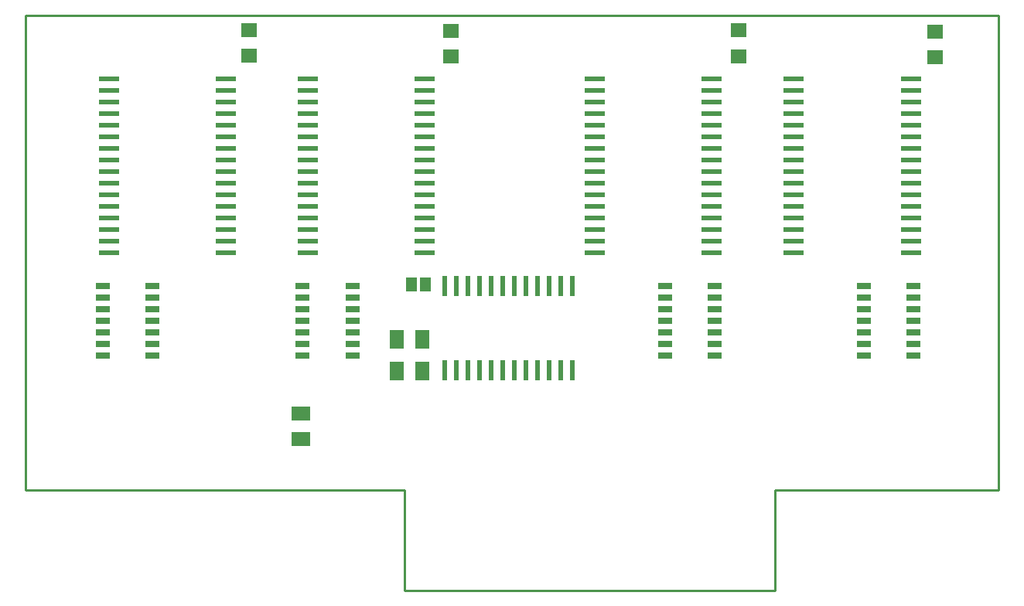
<source format=gtp>
G75*
%MOIN*%
%OFA0B0*%
%FSLAX25Y25*%
%IPPOS*%
%LPD*%
%AMOC8*
5,1,8,0,0,1.08239X$1,22.5*
%
%ADD10C,0.01000*%
%ADD11R,0.07087X0.06299*%
%ADD12R,0.06004X0.02559*%
%ADD13R,0.08661X0.02362*%
%ADD14R,0.07874X0.06299*%
%ADD15R,0.02362X0.08661*%
%ADD16R,0.06299X0.07874*%
%ADD17R,0.04600X0.06300*%
D10*
X0003000Y0050276D02*
X0003000Y0255000D01*
X0422291Y0255000D01*
X0422291Y0050276D01*
X0325835Y0050276D01*
X0325835Y0006969D01*
X0166386Y0006969D01*
X0166386Y0050276D01*
X0003000Y0050276D01*
D11*
X0099457Y0237677D03*
X0099457Y0248701D03*
X0186228Y0248307D03*
X0186228Y0237283D03*
X0310244Y0237402D03*
X0310244Y0248425D03*
X0394890Y0248031D03*
X0394890Y0237008D03*
D12*
X0385724Y0138110D03*
X0385724Y0133110D03*
X0385724Y0128110D03*
X0385724Y0123110D03*
X0385724Y0118110D03*
X0385724Y0113110D03*
X0385724Y0108110D03*
X0364370Y0108110D03*
X0364370Y0113110D03*
X0364370Y0118110D03*
X0364370Y0123110D03*
X0364370Y0128110D03*
X0364370Y0133110D03*
X0364370Y0138110D03*
X0300134Y0138189D03*
X0300134Y0133189D03*
X0300134Y0128189D03*
X0300134Y0123189D03*
X0300134Y0118189D03*
X0300134Y0113189D03*
X0300134Y0108189D03*
X0278780Y0108189D03*
X0278780Y0113189D03*
X0278780Y0118189D03*
X0278780Y0123189D03*
X0278780Y0128189D03*
X0278780Y0133189D03*
X0278780Y0138189D03*
X0143835Y0138189D03*
X0143835Y0133189D03*
X0143835Y0128189D03*
X0143835Y0123189D03*
X0143835Y0118189D03*
X0143835Y0113189D03*
X0143835Y0108189D03*
X0122480Y0108189D03*
X0122480Y0113189D03*
X0122480Y0118189D03*
X0122480Y0123189D03*
X0122480Y0128189D03*
X0122480Y0133189D03*
X0122480Y0138189D03*
X0057614Y0138189D03*
X0057614Y0133189D03*
X0057614Y0128189D03*
X0057614Y0123189D03*
X0057614Y0118189D03*
X0057614Y0113189D03*
X0057614Y0108189D03*
X0036260Y0108189D03*
X0036260Y0113189D03*
X0036260Y0118189D03*
X0036260Y0123189D03*
X0036260Y0128189D03*
X0036260Y0133189D03*
X0036260Y0138189D03*
D13*
X0038827Y0152539D03*
X0038827Y0157539D03*
X0038827Y0162539D03*
X0038827Y0167539D03*
X0038827Y0172539D03*
X0038827Y0177539D03*
X0038827Y0182539D03*
X0038827Y0187539D03*
X0038827Y0192539D03*
X0038827Y0197539D03*
X0038827Y0202539D03*
X0038827Y0207539D03*
X0038827Y0212539D03*
X0038827Y0217539D03*
X0038827Y0222539D03*
X0038827Y0227539D03*
X0089220Y0227539D03*
X0089220Y0222539D03*
X0089220Y0217539D03*
X0089220Y0212539D03*
X0089220Y0207539D03*
X0089220Y0202539D03*
X0089220Y0197539D03*
X0089220Y0192539D03*
X0089220Y0187539D03*
X0089220Y0182539D03*
X0089220Y0177539D03*
X0089220Y0172539D03*
X0089220Y0167539D03*
X0089220Y0162539D03*
X0089220Y0157539D03*
X0089220Y0152539D03*
X0124654Y0152539D03*
X0124654Y0157539D03*
X0124654Y0162539D03*
X0124654Y0167539D03*
X0124654Y0172539D03*
X0124654Y0177539D03*
X0124654Y0182539D03*
X0124654Y0187539D03*
X0124654Y0192539D03*
X0124654Y0197539D03*
X0124654Y0202539D03*
X0124654Y0207539D03*
X0124654Y0212539D03*
X0124654Y0217539D03*
X0124654Y0222539D03*
X0124654Y0227539D03*
X0175047Y0227539D03*
X0175047Y0222539D03*
X0175047Y0217539D03*
X0175047Y0212539D03*
X0175047Y0207539D03*
X0175047Y0202539D03*
X0175047Y0197539D03*
X0175047Y0192539D03*
X0175047Y0187539D03*
X0175047Y0182539D03*
X0175047Y0177539D03*
X0175047Y0172539D03*
X0175047Y0167539D03*
X0175047Y0162539D03*
X0175047Y0157539D03*
X0175047Y0152539D03*
X0248276Y0152539D03*
X0248276Y0157539D03*
X0248276Y0162539D03*
X0248276Y0167539D03*
X0248276Y0172539D03*
X0248276Y0177539D03*
X0248276Y0182539D03*
X0248276Y0187539D03*
X0248276Y0192539D03*
X0248276Y0197539D03*
X0248276Y0202539D03*
X0248276Y0207539D03*
X0248276Y0212539D03*
X0248276Y0217539D03*
X0248276Y0222539D03*
X0248276Y0227539D03*
X0298669Y0227539D03*
X0298669Y0222539D03*
X0298669Y0217539D03*
X0298669Y0212539D03*
X0298669Y0207539D03*
X0298669Y0202539D03*
X0298669Y0197539D03*
X0298669Y0192539D03*
X0298669Y0187539D03*
X0298669Y0182539D03*
X0298669Y0177539D03*
X0298669Y0172539D03*
X0298669Y0167539D03*
X0298669Y0162539D03*
X0298669Y0157539D03*
X0298669Y0152539D03*
X0334102Y0152539D03*
X0334102Y0157539D03*
X0334102Y0162539D03*
X0334102Y0167539D03*
X0334102Y0172539D03*
X0334102Y0177539D03*
X0334102Y0182539D03*
X0334102Y0187539D03*
X0334102Y0192539D03*
X0334102Y0197539D03*
X0334102Y0202539D03*
X0334102Y0207539D03*
X0334102Y0212539D03*
X0334102Y0217539D03*
X0334102Y0222539D03*
X0334102Y0227539D03*
X0384496Y0227539D03*
X0384496Y0222539D03*
X0384496Y0217539D03*
X0384496Y0212539D03*
X0384496Y0207539D03*
X0384496Y0202539D03*
X0384496Y0197539D03*
X0384496Y0192539D03*
X0384496Y0187539D03*
X0384496Y0182539D03*
X0384496Y0177539D03*
X0384496Y0172539D03*
X0384496Y0167539D03*
X0384496Y0162539D03*
X0384496Y0157539D03*
X0384496Y0152539D03*
D14*
X0121701Y0083307D03*
X0121701Y0072283D03*
D15*
X0183768Y0102047D03*
X0188768Y0102047D03*
X0193768Y0102047D03*
X0198768Y0102047D03*
X0203768Y0102047D03*
X0208768Y0102047D03*
X0213768Y0102047D03*
X0218768Y0102047D03*
X0223768Y0102047D03*
X0228768Y0102047D03*
X0233768Y0102047D03*
X0238768Y0102047D03*
X0238768Y0138268D03*
X0233768Y0138268D03*
X0228768Y0138268D03*
X0223768Y0138268D03*
X0218768Y0138268D03*
X0213768Y0138268D03*
X0208768Y0138268D03*
X0203768Y0138268D03*
X0198768Y0138268D03*
X0193768Y0138268D03*
X0188768Y0138268D03*
X0183768Y0138268D03*
D16*
X0173866Y0115236D03*
X0162843Y0115236D03*
X0162843Y0101457D03*
X0173866Y0101457D03*
D17*
X0175291Y0138858D03*
X0169291Y0138858D03*
M02*

</source>
